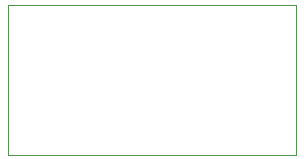
<source format=gm1>
%TF.GenerationSoftware,KiCad,Pcbnew,7.0.1-3b83917a11~172~ubuntu20.04.1*%
%TF.CreationDate,2023-03-16T21:36:45-04:00*%
%TF.ProjectId,I2C-ToF-Companion,4932432d-546f-4462-9d43-6f6d70616e69,rev?*%
%TF.SameCoordinates,Original*%
%TF.FileFunction,Profile,NP*%
%FSLAX46Y46*%
G04 Gerber Fmt 4.6, Leading zero omitted, Abs format (unit mm)*
G04 Created by KiCad (PCBNEW 7.0.1-3b83917a11~172~ubuntu20.04.1) date 2023-03-16 21:36:45*
%MOMM*%
%LPD*%
G01*
G04 APERTURE LIST*
%TA.AperFunction,Profile*%
%ADD10C,0.100000*%
%TD*%
G04 APERTURE END LIST*
D10*
X136388000Y-68580000D02*
X160792000Y-68580000D01*
X160792000Y-81280000D01*
X136388000Y-81280000D01*
X136388000Y-68580000D01*
M02*

</source>
